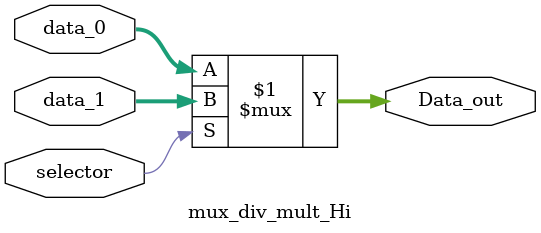
<source format=v>
module mux_div_mult_Hi (
    input wire selector,
    input wire [31:0] data_0,
    input wire [31:0] data_1,
    output wire [31:0] Data_out
);
    assign Data_out = (selector) ? data_1 : data_0;
    
endmodule

</source>
